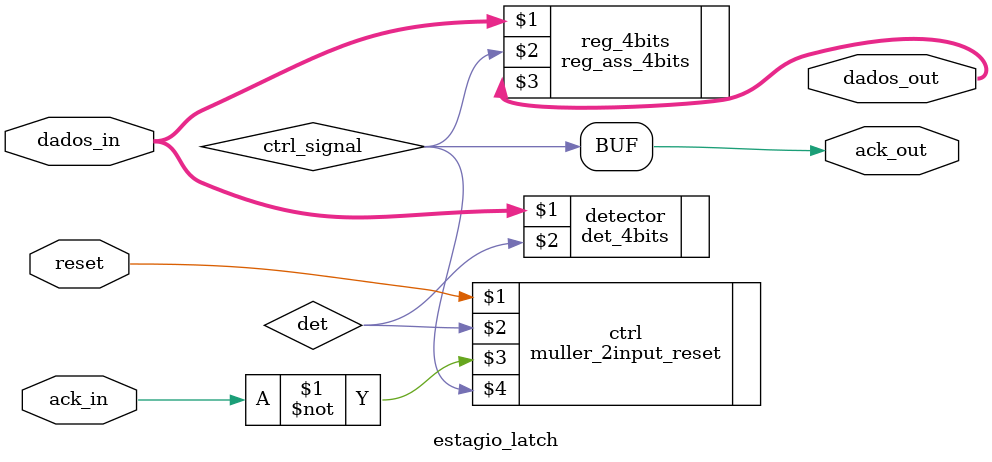
<source format=v>
module estagio_latch(reset,ack_in,dados_in,ack_out,dados_out);

input 		reset;
input 		ack_in;
input [7:0] dados_in;
output 		ack_out;
output[7:0] dados_out;

wire det,ctrl_signal;
det_4bits detector(dados_in,det);

muller_2input_reset ctrl(reset,det,~ack_in,ctrl_signal);

reg_ass_4bits reg_4bits(dados_in,ctrl_signal,dados_out);

assign ack_out=ctrl_signal;

endmodule 


</source>
